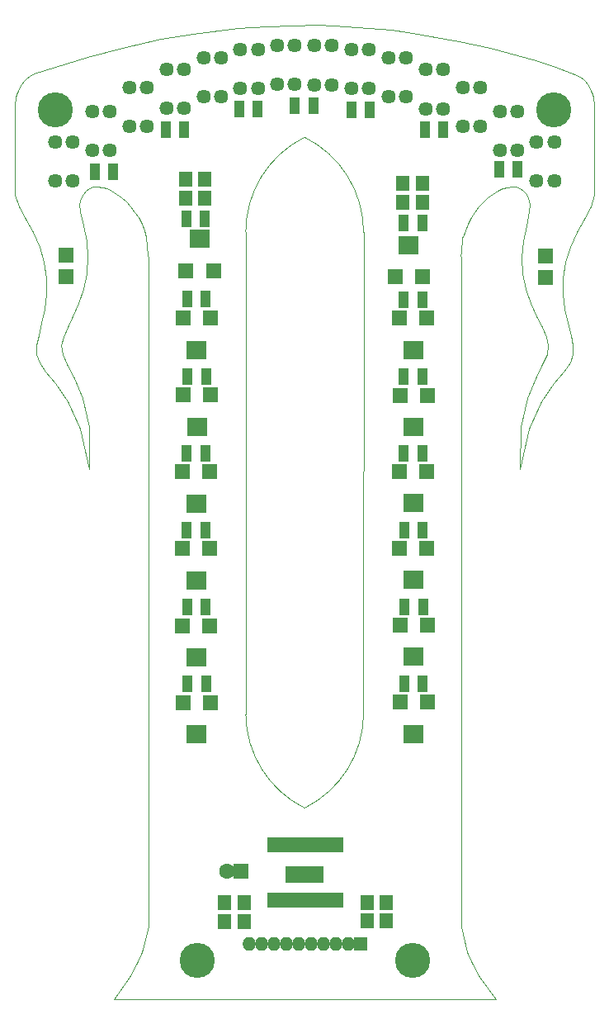
<source format=gts>
G04 #@! TF.FileFunction,Soldermask,Top*
%FSLAX46Y46*%
G04 Gerber Fmt 4.6, Leading zero omitted, Abs format (unit mm)*
G04 Created by KiCad (PCBNEW 4.0.7) date 09/23/18 21:58:35*
%MOMM*%
%LPD*%
G01*
G04 APERTURE LIST*
%ADD10C,0.100000*%
%ADD11C,1.455599*%
%ADD12C,3.600000*%
%ADD13R,1.400000X1.650000*%
%ADD14R,1.600000X1.600000*%
%ADD15C,1.600000*%
%ADD16R,1.400000X1.400000*%
%ADD17O,1.400000X1.400000*%
%ADD18R,2.000000X1.900000*%
%ADD19R,1.100000X1.700000*%
%ADD20R,0.800000X1.500000*%
%ADD21R,1.370000X1.670000*%
G04 APERTURE END LIST*
D10*
X1991360Y94940120D02*
X1569720Y94726760D01*
X7457440Y96667320D02*
X1991360Y94940120D01*
X15046960Y98516440D02*
X11049000Y97627440D01*
X57668160Y94843600D02*
X58287920Y94482920D01*
X55463440Y95636080D02*
X57668160Y94843600D01*
X53431440Y96286320D02*
X55463440Y95636080D01*
X48834040Y97561400D02*
X53431440Y96286320D01*
X45572680Y98308160D02*
X48834040Y97561400D01*
X40345360Y99217480D02*
X45572680Y98308160D01*
X38663880Y99441000D02*
X40345360Y99217480D01*
X32816800Y99872800D02*
X38663880Y99441000D01*
X31125160Y99933760D02*
X32816800Y99872800D01*
X25831800Y99811840D02*
X31125160Y99933760D01*
X22926040Y99628960D02*
X25831800Y99811840D01*
X18364200Y99070160D02*
X22926040Y99628960D01*
X15041880Y98516440D02*
X18364200Y99070160D01*
X7457440Y96667320D02*
X11049000Y97627440D01*
X13736169Y7501919D02*
X13736169Y76178983D01*
X13045177Y79578342D02*
X13317392Y78922563D01*
X47649177Y81330087D02*
X47227071Y80788186D01*
X48103705Y81821866D02*
X47649177Y81330087D01*
X52502557Y82644971D02*
X52206217Y82988904D01*
X13317392Y78922563D02*
X13538200Y78237080D01*
X1886032Y78722485D02*
X2552462Y77234584D01*
X51854589Y83221899D02*
X51456443Y83350037D01*
X1273174Y94483809D02*
X1571638Y94729363D01*
X6825548Y82184017D02*
X7057828Y82644971D01*
X3279034Y72366703D02*
X3090867Y70815800D01*
X9986276Y82935653D02*
X10485443Y82630731D01*
X11911207Y81330087D02*
X12333314Y80788186D01*
X13539211Y78237275D02*
G75*
G02X13736169Y76178982I-10656517J-2058292D01*
G01*
X48581884Y82257441D02*
X48103705Y81821866D01*
X51020552Y83379400D02*
X50555685Y83316069D01*
X46846158Y80202244D02*
X46515208Y79578342D01*
X9004700Y83316069D02*
X9489771Y83166126D01*
X52734837Y82184017D02*
X52502557Y82644971D01*
X12714227Y80202244D02*
X13045177Y79578342D01*
X51456443Y83350037D02*
X51020552Y83379400D01*
X9489771Y83166126D02*
X9986276Y82935653D01*
X10978501Y82257441D02*
X11456680Y81821866D01*
X45823787Y76178982D02*
G75*
G02X46019720Y78232000I10853904J1D01*
G01*
X52206217Y82988904D02*
X51854589Y83221899D01*
X49574109Y82935653D02*
X49074942Y82630731D01*
X12333314Y80788186D02*
X12714227Y80202244D01*
X52828184Y80839038D02*
X52894287Y81599962D01*
X11456680Y81821866D02*
X11911207Y81330087D01*
X52517143Y79399596D02*
X52828184Y80839038D01*
X50070613Y83166126D02*
X49574109Y82935653D01*
X3210563Y64440185D02*
X4210579Y63211017D01*
X8539833Y83379400D02*
X9004700Y83316069D01*
X47227071Y80788186D02*
X46846158Y80202244D01*
X5456683Y61390807D02*
X6738444Y58605512D01*
X7705796Y83221899D02*
X8103941Y83350037D01*
X59111094Y81335358D02*
X58427034Y80083381D01*
X7354168Y82988904D02*
X7705796Y83221899D01*
X58800063Y93906849D02*
X58558623Y94208650D01*
X57006225Y65369136D02*
X56349822Y64440185D01*
X46242993Y78922563D02*
X46019720Y78232000D01*
X2787041Y69404082D02*
X2470201Y68169155D01*
X2254898Y67117148D02*
X2252560Y66212637D01*
X59499497Y91733962D02*
X59419509Y92501753D01*
X3031286Y75642902D02*
X3273510Y73998388D01*
X240055Y92875304D02*
X377407Y93236568D01*
X52894287Y81599962D02*
X52734837Y82184017D01*
X10485443Y82630731D02*
X10978501Y82257441D01*
X59499497Y82493011D02*
X59111094Y81335358D01*
X56286875Y73998388D02*
X56281351Y72366703D01*
X1001761Y94208650D02*
X1273174Y94483809D01*
X2552462Y77234584D02*
X3031286Y75642902D01*
X50555685Y83316069D02*
X50070613Y83166126D01*
X7057828Y82644971D02*
X7354168Y82988904D01*
X4210579Y63211017D02*
X5456683Y61390807D01*
X49074942Y82630731D02*
X48581884Y82257441D01*
X2554159Y65369136D02*
X3210563Y64440185D01*
X8103941Y83350037D02*
X8539833Y83379400D01*
X46515208Y79578342D02*
X46242993Y78922563D01*
X6738444Y58605512D02*
X7703630Y54391288D01*
X1133350Y80083381D02*
X1886032Y78722485D01*
X60887Y82493011D02*
X60887Y91733962D01*
X51929617Y58714014D02*
X51856755Y54391288D01*
X53450468Y63742710D02*
X52607700Y61704161D01*
X52607700Y61704161D02*
X51929617Y58714014D01*
X54174687Y65152104D02*
X53450468Y63742710D01*
X46987557Y3786452D02*
X46444086Y4878774D01*
X47723004Y2308277D02*
X46987557Y3786452D01*
X49371093Y70984D02*
X47723004Y2308277D01*
X6587006Y71414663D02*
X5997817Y70096289D01*
X29777982Y88435495D02*
G75*
G02X35824216Y78704700I-4807241J-9730794D01*
G01*
X5432454Y68953573D02*
X5004260Y67968828D01*
X29785324Y19713478D02*
G75*
G02X29744524Y19693387I-4815146J9726885D01*
G01*
X35824051Y29271491D02*
G75*
G02X29826030Y19689996I-10852748J125696D01*
G01*
X5997817Y70096289D02*
X5432454Y68953573D01*
X7387583Y77806044D02*
X7526912Y76149750D01*
X7043242Y79399596D02*
X7387583Y77806044D01*
X23743512Y29271574D02*
X23736169Y78704701D01*
X5004260Y67968828D02*
X4814928Y67084351D01*
X7423830Y74490692D02*
X7091817Y72893134D01*
X54624805Y66196714D02*
X54174687Y65152104D01*
X29815861Y19693387D02*
G75*
G02X29775061Y19713478I4774345J9746976D01*
G01*
X54745457Y67084351D02*
X54624805Y66196714D01*
X54556125Y67968828D02*
X54745457Y67084351D01*
X54127931Y68953573D02*
X54556125Y67968828D01*
X53562568Y70096289D02*
X54127931Y68953573D01*
X35816873Y29271574D02*
X35824216Y78704701D01*
X52973379Y71414663D02*
X53562568Y70096289D01*
X7526912Y76149750D02*
X7423830Y74490692D01*
X11837380Y2308277D02*
X12572827Y3786452D01*
X52468567Y72893134D02*
X52973379Y71414663D01*
X52136554Y74490692D02*
X52468567Y72893134D01*
X7091817Y72893134D02*
X6587006Y71414663D01*
X52033473Y76149750D02*
X52136554Y74490692D01*
X52172802Y77806044D02*
X52033473Y76149750D01*
X52517143Y79399596D02*
X52172802Y77806044D01*
X23732649Y78704701D02*
G75*
G02X29778960Y88437720I10856995J0D01*
G01*
X13116299Y4878774D02*
X13736169Y7501919D01*
X12572827Y3786452D02*
X13116299Y4878774D01*
X10189292Y70984D02*
X11837380Y2308277D01*
X7630768Y58714014D02*
X7703630Y54391288D01*
X6952685Y61704161D02*
X7630768Y58714014D01*
X29734355Y19689997D02*
G75*
G02X23736335Y29271491I4854727J9707190D01*
G01*
X6109917Y63742710D02*
X6952685Y61704161D01*
X5385697Y65152104D02*
X6109917Y63742710D01*
X4935580Y66196714D02*
X5385697Y65152104D01*
X4814928Y67084351D02*
X4935580Y66196714D01*
X140876Y92501753D02*
X240055Y92875304D01*
X56469517Y70815800D02*
X56773344Y69404082D01*
X377407Y93236568D02*
X551454Y93581655D01*
X3273510Y73998388D02*
X3279034Y72366703D01*
X57307824Y66212637D02*
X57006225Y65369136D01*
X57674352Y78722485D02*
X57007922Y77234584D01*
X2470201Y68169155D02*
X2254898Y67117148D01*
X6732201Y80839038D02*
X6666098Y81599962D01*
X60887Y82493011D02*
X449291Y81335358D01*
X45824216Y7501919D02*
X45824216Y76178983D01*
X59320330Y92875304D02*
X59182978Y93236568D01*
X59499497Y82493011D02*
X59499497Y91733962D01*
X59419509Y92501753D02*
X59320330Y92875304D01*
X3090867Y70815800D02*
X2787041Y69404082D01*
X59182978Y93236568D02*
X59008931Y93581655D01*
X52821941Y58605512D02*
X51856755Y54391288D01*
X56281351Y72366703D02*
X56469517Y70815800D01*
X56773344Y69404082D02*
X57090183Y68169155D01*
X2252560Y66212637D02*
X2554159Y65369136D01*
X449291Y81335358D02*
X1133350Y80083381D01*
X57007922Y77234584D02*
X56529099Y75642902D01*
X58427034Y80083381D02*
X57674352Y78722485D01*
X551454Y93581655D02*
X760322Y93906849D01*
X760322Y93906849D02*
X1001761Y94208650D01*
X57305486Y67117148D02*
X57307824Y66212637D01*
X57090183Y68169155D02*
X57305486Y67117148D01*
X7043242Y79399596D02*
X6732201Y80839038D01*
X60887Y91733962D02*
X140876Y92501753D01*
X49371093Y70984D02*
X10189292Y70984D01*
X58558623Y94208650D02*
X58287210Y94483809D01*
X56349822Y64440185D02*
X55349806Y63211017D01*
X55349806Y63211017D02*
X54103702Y61390807D01*
X59008931Y93581655D02*
X58800063Y93906849D01*
X54103702Y61390807D02*
X52821941Y58605512D01*
X56529099Y75642902D02*
X56286875Y73998388D01*
X6666098Y81599962D02*
X6825548Y82184017D01*
X46444086Y4878774D02*
X45824216Y7501919D01*
D11*
X47798560Y93526360D03*
X47798560Y89526360D03*
X45998560Y89526360D03*
X45998560Y93526360D03*
D12*
X4226560Y91236800D03*
X55321200Y91231720D03*
X40822880Y4074160D03*
D13*
X39878760Y81727040D03*
X41878760Y81727040D03*
X39863520Y83713320D03*
X41863520Y83713320D03*
X17536920Y82194400D03*
X19536920Y82194400D03*
X17542000Y84160360D03*
X19542000Y84160360D03*
D14*
X23281640Y13202920D03*
D15*
X21781640Y13202920D03*
D13*
X21566120Y8051800D03*
X23566120Y8051800D03*
X21586440Y9936480D03*
X23586440Y9936480D03*
X38180520Y9951720D03*
X36180520Y9951720D03*
X38180520Y8077200D03*
X36180520Y8077200D03*
D16*
X35554920Y5699760D03*
D17*
X34284920Y5699760D03*
X33014920Y5699760D03*
X31744920Y5699760D03*
X30474920Y5699760D03*
X29204920Y5699760D03*
X27934920Y5699760D03*
X26664920Y5699760D03*
X25394920Y5699760D03*
X24124920Y5699760D03*
D14*
X20114720Y30469320D03*
X17314720Y30469320D03*
D18*
X18714720Y27229320D03*
D14*
X20043600Y38363640D03*
X17243600Y38363640D03*
D18*
X18643600Y35123640D03*
D14*
X20060920Y46268640D03*
X17260920Y46268640D03*
D18*
X18660920Y43028640D03*
D14*
X20038520Y54131960D03*
X17238520Y54131960D03*
D18*
X18638520Y50891960D03*
D14*
X20119800Y61995800D03*
X17319800Y61995800D03*
D18*
X18719800Y58755800D03*
D14*
X20104560Y69885040D03*
X17304560Y69885040D03*
D18*
X18704560Y66645040D03*
D14*
X42309240Y69869800D03*
X39509240Y69869800D03*
D18*
X40909240Y66629800D03*
D14*
X42354960Y61965320D03*
X39554960Y61965320D03*
D18*
X40954960Y58725320D03*
D14*
X42319400Y54203080D03*
X39519400Y54203080D03*
D18*
X40919400Y50963080D03*
D14*
X42334640Y46318920D03*
X39534640Y46318920D03*
D18*
X40934640Y43078920D03*
D14*
X42380360Y38450000D03*
X39580360Y38450000D03*
D18*
X40980360Y35210000D03*
D14*
X42365120Y30514520D03*
X39565120Y30514520D03*
D18*
X40965120Y27274520D03*
D19*
X8219400Y84876640D03*
X10119400Y84876640D03*
X17759640Y32379920D03*
X19659640Y32379920D03*
X17729160Y40309800D03*
X19629160Y40309800D03*
X15519360Y89214960D03*
X17419360Y89214960D03*
X17678360Y48163480D03*
X19578360Y48163480D03*
X17688520Y56052720D03*
X19588520Y56052720D03*
X23053000Y91297760D03*
X24953000Y91297760D03*
X17774880Y63901320D03*
X19674880Y63901320D03*
X17739320Y71836280D03*
X19639320Y71836280D03*
X34569360Y91257120D03*
X36469360Y91257120D03*
X41854160Y71785480D03*
X39954160Y71785480D03*
X39944000Y63865760D03*
X41844000Y63865760D03*
X42128400Y89189560D03*
X44028400Y89189560D03*
X39944000Y56047640D03*
X41844000Y56047640D03*
X39974480Y48168560D03*
X41874480Y48168560D03*
X49723000Y85166200D03*
X51623000Y85166200D03*
X40020200Y40284400D03*
X41920200Y40284400D03*
X39994800Y32369760D03*
X41894800Y32369760D03*
D11*
X5995240Y87953600D03*
X5995240Y83953600D03*
X4195240Y83953600D03*
X4195240Y87953600D03*
X9805240Y91113360D03*
X9805240Y87113360D03*
X8005240Y87113360D03*
X8005240Y91113360D03*
X13589840Y93516200D03*
X13589840Y89516200D03*
X11789840Y89516200D03*
X11789840Y93516200D03*
X17389680Y95385640D03*
X17389680Y91385640D03*
X15589680Y91385640D03*
X15589680Y95385640D03*
X21199680Y96620080D03*
X21199680Y92620080D03*
X19399680Y92620080D03*
X19399680Y96620080D03*
X24989360Y97417640D03*
X24989360Y93417640D03*
X23189360Y93417640D03*
X23189360Y97417640D03*
X36383800Y97432880D03*
X36383800Y93432880D03*
X34583800Y93432880D03*
X34583800Y97432880D03*
X40203960Y96620080D03*
X40203960Y92620080D03*
X38403960Y92620080D03*
X38403960Y96620080D03*
X43998720Y95360240D03*
X43998720Y91360240D03*
X42198720Y91360240D03*
X42198720Y95360240D03*
X51603480Y91087960D03*
X51603480Y87087960D03*
X49803480Y87087960D03*
X49803480Y91087960D03*
X55388080Y87928200D03*
X55388080Y83928200D03*
X53588080Y83928200D03*
X53588080Y87928200D03*
D20*
X33404760Y15900520D03*
X32754760Y15900520D03*
X32104760Y15900520D03*
X31454760Y15900520D03*
X30804760Y15900520D03*
X30154760Y15900520D03*
X29504760Y15900520D03*
X28854760Y15900520D03*
X28204760Y15900520D03*
X27554760Y15900520D03*
X26904760Y15900520D03*
X26254760Y15900520D03*
X26254760Y10200520D03*
X26904760Y10200520D03*
X27554760Y10200520D03*
X28204760Y10200520D03*
X28854760Y10200520D03*
X29504760Y10200520D03*
X30154760Y10200520D03*
X30804760Y10200520D03*
X31454760Y10200520D03*
X32104760Y10200520D03*
X32754760Y10200520D03*
X33404760Y10200520D03*
D12*
X18729960Y4064000D03*
D14*
X5262880Y74139880D03*
X5262880Y76339880D03*
X54493160Y74038280D03*
X54493160Y76238280D03*
D21*
X31059120Y12837160D03*
X29789120Y12837160D03*
X28519120Y12837160D03*
D14*
X17612360Y74757280D03*
X20412360Y74757280D03*
D18*
X19012360Y77997280D03*
D14*
X39062200Y74148200D03*
X41862200Y74148200D03*
D18*
X40462200Y77388200D03*
D19*
X28783240Y91683840D03*
X30683240Y91683840D03*
X19552960Y80101440D03*
X17652960Y80101440D03*
X41849040Y79644240D03*
X39949040Y79644240D03*
D11*
X28784120Y97849440D03*
X28784120Y93849440D03*
X26984120Y93849440D03*
X26984120Y97849440D03*
X32589040Y97824040D03*
X32589040Y93824040D03*
X30789040Y93824040D03*
X30789040Y97824040D03*
M02*

</source>
